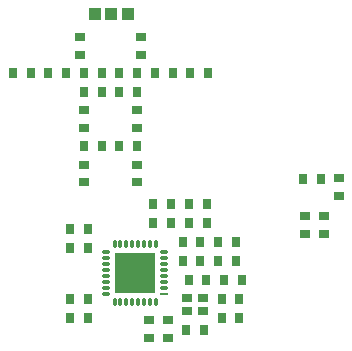
<source format=gtp>
G04*
G04 #@! TF.GenerationSoftware,Altium Limited,Altium Designer,21.3.2 (30)*
G04*
G04 Layer_Color=8421504*
%FSLAX44Y44*%
%MOMM*%
G71*
G04*
G04 #@! TF.SameCoordinates,C0BB7E1C-5EEE-4355-A842-C900462BBBA7*
G04*
G04*
G04 #@! TF.FilePolarity,Positive*
G04*
G01*
G75*
%ADD10R,3.4500X3.4500*%
%ADD11O,0.2800X0.8000*%
%ADD12O,0.8000X0.2800*%
%ADD13R,0.8000X0.2800*%
%ADD14R,0.9000X0.8000*%
%ADD15R,0.8000X0.9000*%
%ADD16R,1.0000X1.0000*%
D10*
X260800Y100800D02*
D03*
D11*
X278300Y76300D02*
D03*
X273300D02*
D03*
X268300D02*
D03*
X263300D02*
D03*
X258300D02*
D03*
X253300D02*
D03*
X248300D02*
D03*
X243300D02*
D03*
Y125300D02*
D03*
X248300D02*
D03*
X253300D02*
D03*
X258300D02*
D03*
X263300D02*
D03*
X268300D02*
D03*
X273300D02*
D03*
X278300D02*
D03*
D12*
X236300Y83300D02*
D03*
Y88300D02*
D03*
Y93300D02*
D03*
Y98300D02*
D03*
Y103300D02*
D03*
Y108300D02*
D03*
Y113300D02*
D03*
Y118300D02*
D03*
X285300D02*
D03*
Y113300D02*
D03*
Y108300D02*
D03*
Y103300D02*
D03*
Y98300D02*
D03*
Y93300D02*
D03*
Y88300D02*
D03*
D13*
Y83300D02*
D03*
D14*
X420200Y149000D02*
D03*
Y134000D02*
D03*
X304500Y79400D02*
D03*
X318500D02*
D03*
X304500Y68400D02*
D03*
X318500D02*
D03*
X214400Y300500D02*
D03*
Y285500D02*
D03*
X265400D02*
D03*
Y300500D02*
D03*
X404200Y149000D02*
D03*
Y134000D02*
D03*
X261900Y223500D02*
D03*
Y238500D02*
D03*
X217800Y223500D02*
D03*
Y238500D02*
D03*
X261900Y177500D02*
D03*
Y192500D02*
D03*
X272500Y45800D02*
D03*
Y60800D02*
D03*
X288500Y60800D02*
D03*
Y45800D02*
D03*
X217800Y192500D02*
D03*
Y177500D02*
D03*
X433200Y180900D02*
D03*
Y165900D02*
D03*
D15*
X417700Y180400D02*
D03*
X402700D02*
D03*
X220700Y78800D02*
D03*
X205700D02*
D03*
X220700Y62800D02*
D03*
X205700D02*
D03*
X172400Y270000D02*
D03*
X157400D02*
D03*
X307300D02*
D03*
X322300D02*
D03*
X277400Y270000D02*
D03*
X292400D02*
D03*
X247400Y254000D02*
D03*
X262400D02*
D03*
X247400Y270000D02*
D03*
X262400D02*
D03*
X217300Y208000D02*
D03*
X232300D02*
D03*
X217300Y254000D02*
D03*
X232300D02*
D03*
X217300Y270000D02*
D03*
X232300D02*
D03*
X187300D02*
D03*
X202300D02*
D03*
X262400Y208000D02*
D03*
X247400D02*
D03*
X220800Y122000D02*
D03*
X205800D02*
D03*
X220800Y138000D02*
D03*
X205800D02*
D03*
X276200Y158900D02*
D03*
X291200D02*
D03*
X276200Y142900D02*
D03*
X291200D02*
D03*
X306200Y158900D02*
D03*
X321200D02*
D03*
X321200Y142900D02*
D03*
X306200D02*
D03*
X304000Y52900D02*
D03*
X319000D02*
D03*
X336100Y94900D02*
D03*
X351100D02*
D03*
X306100D02*
D03*
X321100D02*
D03*
X334000Y63000D02*
D03*
X349000D02*
D03*
X330900Y110900D02*
D03*
X345900D02*
D03*
X315900D02*
D03*
X300900D02*
D03*
X330900Y126900D02*
D03*
X345900D02*
D03*
X300900D02*
D03*
X315900D02*
D03*
X349000Y79000D02*
D03*
X334000D02*
D03*
D16*
X240000Y320000D02*
D03*
X226749D02*
D03*
X254501Y319999D02*
D03*
M02*

</source>
